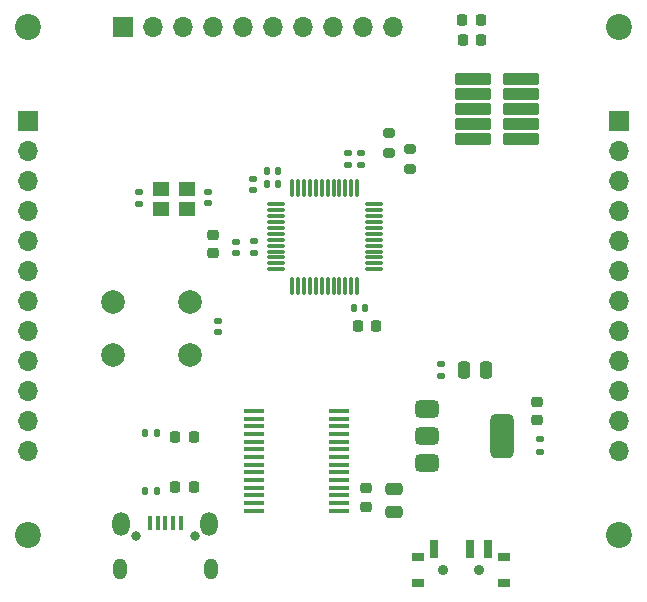
<source format=gbr>
%TF.GenerationSoftware,KiCad,Pcbnew,8.0.4-8.0.4-0~ubuntu24.04.1*%
%TF.CreationDate,2024-08-08T02:16:28-05:00*%
%TF.ProjectId,anvil,616e7669-6c2e-46b6-9963-61645f706362,rev?*%
%TF.SameCoordinates,Original*%
%TF.FileFunction,Soldermask,Top*%
%TF.FilePolarity,Negative*%
%FSLAX46Y46*%
G04 Gerber Fmt 4.6, Leading zero omitted, Abs format (unit mm)*
G04 Created by KiCad (PCBNEW 8.0.4-8.0.4-0~ubuntu24.04.1) date 2024-08-08 02:16:28*
%MOMM*%
%LPD*%
G01*
G04 APERTURE LIST*
G04 Aperture macros list*
%AMRoundRect*
0 Rectangle with rounded corners*
0 $1 Rounding radius*
0 $2 $3 $4 $5 $6 $7 $8 $9 X,Y pos of 4 corners*
0 Add a 4 corners polygon primitive as box body*
4,1,4,$2,$3,$4,$5,$6,$7,$8,$9,$2,$3,0*
0 Add four circle primitives for the rounded corners*
1,1,$1+$1,$2,$3*
1,1,$1+$1,$4,$5*
1,1,$1+$1,$6,$7*
1,1,$1+$1,$8,$9*
0 Add four rect primitives between the rounded corners*
20,1,$1+$1,$2,$3,$4,$5,0*
20,1,$1+$1,$4,$5,$6,$7,0*
20,1,$1+$1,$6,$7,$8,$9,0*
20,1,$1+$1,$8,$9,$2,$3,0*%
G04 Aperture macros list end*
%ADD10R,1.700000X1.700000*%
%ADD11O,1.700000X1.700000*%
%ADD12RoundRect,0.218750X0.218750X0.256250X-0.218750X0.256250X-0.218750X-0.256250X0.218750X-0.256250X0*%
%ADD13RoundRect,0.135000X-0.135000X-0.185000X0.135000X-0.185000X0.135000X0.185000X-0.135000X0.185000X0*%
%ADD14C,2.200000*%
%ADD15RoundRect,0.218750X0.256250X-0.218750X0.256250X0.218750X-0.256250X0.218750X-0.256250X-0.218750X0*%
%ADD16RoundRect,0.225000X0.225000X0.250000X-0.225000X0.250000X-0.225000X-0.250000X0.225000X-0.250000X0*%
%ADD17R,1.000000X0.800000*%
%ADD18C,0.900000*%
%ADD19R,0.700000X1.500000*%
%ADD20RoundRect,0.140000X-0.170000X0.140000X-0.170000X-0.140000X0.170000X-0.140000X0.170000X0.140000X0*%
%ADD21R,1.400000X1.200000*%
%ADD22O,0.800000X0.800000*%
%ADD23R,0.450000X1.300000*%
%ADD24O,1.150000X1.800000*%
%ADD25O,1.450000X2.000000*%
%ADD26RoundRect,0.140000X0.170000X-0.140000X0.170000X0.140000X-0.170000X0.140000X-0.170000X-0.140000X0*%
%ADD27RoundRect,0.135000X0.185000X-0.135000X0.185000X0.135000X-0.185000X0.135000X-0.185000X-0.135000X0*%
%ADD28RoundRect,0.200000X0.275000X-0.200000X0.275000X0.200000X-0.275000X0.200000X-0.275000X-0.200000X0*%
%ADD29C,2.000000*%
%ADD30RoundRect,0.102000X1.395000X-0.370000X1.395000X0.370000X-1.395000X0.370000X-1.395000X-0.370000X0*%
%ADD31RoundRect,0.375000X-0.625000X-0.375000X0.625000X-0.375000X0.625000X0.375000X-0.625000X0.375000X0*%
%ADD32RoundRect,0.500000X-0.500000X-1.400000X0.500000X-1.400000X0.500000X1.400000X-0.500000X1.400000X0*%
%ADD33RoundRect,0.140000X-0.140000X-0.170000X0.140000X-0.170000X0.140000X0.170000X-0.140000X0.170000X0*%
%ADD34RoundRect,0.135000X-0.185000X0.135000X-0.185000X-0.135000X0.185000X-0.135000X0.185000X0.135000X0*%
%ADD35R,1.750000X0.450000*%
%ADD36RoundRect,0.218750X-0.256250X0.218750X-0.256250X-0.218750X0.256250X-0.218750X0.256250X0.218750X0*%
%ADD37RoundRect,0.250000X0.250000X0.475000X-0.250000X0.475000X-0.250000X-0.475000X0.250000X-0.475000X0*%
%ADD38RoundRect,0.250000X-0.475000X0.250000X-0.475000X-0.250000X0.475000X-0.250000X0.475000X0.250000X0*%
%ADD39RoundRect,0.140000X0.140000X0.170000X-0.140000X0.170000X-0.140000X-0.170000X0.140000X-0.170000X0*%
%ADD40RoundRect,0.075000X-0.662500X-0.075000X0.662500X-0.075000X0.662500X0.075000X-0.662500X0.075000X0*%
%ADD41RoundRect,0.075000X-0.075000X-0.662500X0.075000X-0.662500X0.075000X0.662500X-0.075000X0.662500X0*%
G04 APERTURE END LIST*
D10*
%TO.C,J2*%
X152000000Y-85000000D03*
D11*
X152000000Y-87540000D03*
X152000000Y-90080000D03*
X152000000Y-92620000D03*
X152000000Y-95160000D03*
X152000000Y-97700000D03*
X152000000Y-100240000D03*
X152000000Y-102780000D03*
X152000000Y-105320000D03*
X152000000Y-107860000D03*
X152000000Y-110400000D03*
X152000000Y-112940000D03*
%TD*%
D12*
%TO.C,LED1*%
X140312500Y-76400000D03*
X138737500Y-76400000D03*
%TD*%
D10*
%TO.C,J4*%
X102000000Y-85000000D03*
D11*
X102000000Y-87540000D03*
X102000000Y-90080000D03*
X102000000Y-92620000D03*
X102000000Y-95160000D03*
X102000000Y-97700000D03*
X102000000Y-100240000D03*
X102000000Y-102780000D03*
X102000000Y-105320000D03*
X102000000Y-107860000D03*
X102000000Y-110400000D03*
X102000000Y-112940000D03*
%TD*%
D12*
%TO.C,LED2*%
X140337500Y-78150000D03*
X138762500Y-78150000D03*
%TD*%
D13*
%TO.C,R3*%
X111865000Y-116275000D03*
X112885000Y-116275000D03*
%TD*%
D14*
%TO.C,H4*%
X152000000Y-120000000D03*
%TD*%
%TO.C,H2*%
X152000000Y-77000000D03*
%TD*%
D15*
%TO.C,FB1*%
X117650000Y-96187500D03*
X117650000Y-94612500D03*
%TD*%
D16*
%TO.C,C4*%
X131425000Y-102350000D03*
X129875000Y-102350000D03*
%TD*%
D17*
%TO.C,SW2*%
X134975000Y-121875000D03*
X134975000Y-124085000D03*
D18*
X137125000Y-122985000D03*
X140125000Y-122985000D03*
D17*
X142275000Y-121875000D03*
X142275000Y-124085000D03*
D19*
X136375000Y-121225000D03*
X139375000Y-121225000D03*
X140875000Y-121225000D03*
%TD*%
D20*
%TO.C,C8*%
X118065000Y-101875000D03*
X118065000Y-102835000D03*
%TD*%
D21*
%TO.C,Y1*%
X115400000Y-90700000D03*
X113200000Y-90700000D03*
X113200000Y-92400000D03*
X115400000Y-92400000D03*
%TD*%
D22*
%TO.C,J1*%
X111100000Y-120125000D03*
X116100000Y-120125000D03*
D23*
X112300000Y-119025000D03*
X112950000Y-119025000D03*
X113600000Y-119025000D03*
X114250000Y-119025000D03*
X114900000Y-119025000D03*
D24*
X109725000Y-122875000D03*
D25*
X109875000Y-119075000D03*
X117325000Y-119075000D03*
D24*
X117475000Y-122875000D03*
%TD*%
D26*
%TO.C,C7*%
X121050000Y-90855000D03*
X121050000Y-89895000D03*
%TD*%
D12*
%TO.C,D2*%
X115987500Y-116000000D03*
X114412500Y-116000000D03*
%TD*%
D27*
%TO.C,R6*%
X130175000Y-88710000D03*
X130175000Y-87690000D03*
%TD*%
D26*
%TO.C,C6*%
X119550000Y-96155000D03*
X119550000Y-95195000D03*
%TD*%
D28*
%TO.C,R7*%
X132550000Y-87650000D03*
X132550000Y-86000000D03*
%TD*%
D29*
%TO.C,SW3*%
X109140000Y-100280000D03*
X115640000Y-100280000D03*
X109140000Y-104780000D03*
X115640000Y-104780000D03*
%TD*%
D14*
%TO.C,H3*%
X102000000Y-120000000D03*
%TD*%
%TO.C,H1*%
X102000000Y-77000000D03*
%TD*%
D30*
%TO.C,J3*%
X143735000Y-86477500D03*
X139665000Y-86477500D03*
X143735000Y-85207500D03*
X139665000Y-85207500D03*
X143735000Y-83937500D03*
X139665000Y-83937500D03*
X143735000Y-82667500D03*
X139665000Y-82667500D03*
X143735000Y-81397500D03*
X139665000Y-81397500D03*
%TD*%
D31*
%TO.C,U3*%
X135775000Y-109325000D03*
X135775000Y-111625000D03*
D32*
X142075000Y-111625000D03*
D31*
X135775000Y-113925000D03*
%TD*%
D33*
%TO.C,C1*%
X122195000Y-90325000D03*
X123155000Y-90325000D03*
%TD*%
D10*
%TO.C,J5*%
X110000000Y-77000000D03*
D11*
X112540000Y-77000000D03*
X115080000Y-77000000D03*
X117620000Y-77000000D03*
X120160000Y-77000000D03*
X122700000Y-77000000D03*
X125240000Y-77000000D03*
X127780000Y-77000000D03*
X130320000Y-77000000D03*
X132860000Y-77000000D03*
%TD*%
D20*
%TO.C,C10*%
X117200000Y-90970000D03*
X117200000Y-91930000D03*
%TD*%
D34*
%TO.C,R4*%
X145325000Y-111940000D03*
X145325000Y-112960000D03*
%TD*%
D26*
%TO.C,C9*%
X111325000Y-91980000D03*
X111325000Y-91020000D03*
%TD*%
D13*
%TO.C,R2*%
X111865000Y-111375000D03*
X112885000Y-111375000D03*
%TD*%
D35*
%TO.C,U2*%
X121125000Y-109525000D03*
X121125000Y-110175000D03*
X121125000Y-110825000D03*
X121125000Y-111475000D03*
X121125000Y-112125000D03*
X121125000Y-112775000D03*
X121125000Y-113425000D03*
X121125000Y-114075000D03*
X121125000Y-114725000D03*
X121125000Y-115375000D03*
X121125000Y-116025000D03*
X121125000Y-116675000D03*
X121125000Y-117325000D03*
X121125000Y-117975000D03*
X128325000Y-117975000D03*
X128325000Y-117325000D03*
X128325000Y-116675000D03*
X128325000Y-116025000D03*
X128325000Y-115375000D03*
X128325000Y-114725000D03*
X128325000Y-114075000D03*
X128325000Y-113425000D03*
X128325000Y-112775000D03*
X128325000Y-112125000D03*
X128325000Y-111475000D03*
X128325000Y-110825000D03*
X128325000Y-110175000D03*
X128325000Y-109525000D03*
%TD*%
D36*
%TO.C,FB2*%
X130600000Y-116087500D03*
X130600000Y-117662500D03*
%TD*%
D37*
%TO.C,C12*%
X140775000Y-106075000D03*
X138875000Y-106075000D03*
%TD*%
D38*
%TO.C,C11*%
X132925000Y-116150000D03*
X132925000Y-118050000D03*
%TD*%
D27*
%TO.C,R5*%
X129075000Y-88710000D03*
X129075000Y-87690000D03*
%TD*%
D12*
%TO.C,D1*%
X115987500Y-111700000D03*
X114412500Y-111700000D03*
%TD*%
D28*
%TO.C,R8*%
X134325000Y-89000000D03*
X134325000Y-87350000D03*
%TD*%
D26*
%TO.C,C5*%
X121100000Y-96130000D03*
X121100000Y-95170000D03*
%TD*%
D39*
%TO.C,C3*%
X130530000Y-100850000D03*
X129570000Y-100850000D03*
%TD*%
D40*
%TO.C,U1*%
X122925000Y-92025000D03*
X122925000Y-92525000D03*
X122925000Y-93025000D03*
X122925000Y-93525000D03*
X122925000Y-94025000D03*
X122925000Y-94525000D03*
X122925000Y-95025000D03*
X122925000Y-95525000D03*
X122925000Y-96025000D03*
X122925000Y-96525000D03*
X122925000Y-97025000D03*
X122925000Y-97525000D03*
D41*
X124337500Y-98937500D03*
X124837500Y-98937500D03*
X125337500Y-98937500D03*
X125837500Y-98937500D03*
X126337500Y-98937500D03*
X126837500Y-98937500D03*
X127337500Y-98937500D03*
X127837500Y-98937500D03*
X128337500Y-98937500D03*
X128837500Y-98937500D03*
X129337500Y-98937500D03*
X129837500Y-98937500D03*
D40*
X131250000Y-97525000D03*
X131250000Y-97025000D03*
X131250000Y-96525000D03*
X131250000Y-96025000D03*
X131250000Y-95525000D03*
X131250000Y-95025000D03*
X131250000Y-94525000D03*
X131250000Y-94025000D03*
X131250000Y-93525000D03*
X131250000Y-93025000D03*
X131250000Y-92525000D03*
X131250000Y-92025000D03*
D41*
X129837500Y-90612500D03*
X129337500Y-90612500D03*
X128837500Y-90612500D03*
X128337500Y-90612500D03*
X127837500Y-90612500D03*
X127337500Y-90612500D03*
X126837500Y-90612500D03*
X126337500Y-90612500D03*
X125837500Y-90612500D03*
X125337500Y-90612500D03*
X124837500Y-90612500D03*
X124337500Y-90612500D03*
%TD*%
D36*
%TO.C,D3*%
X145075000Y-108737500D03*
X145075000Y-110312500D03*
%TD*%
D27*
%TO.C,R1*%
X136925000Y-106600000D03*
X136925000Y-105580000D03*
%TD*%
D33*
%TO.C,C2*%
X122195000Y-89175000D03*
X123155000Y-89175000D03*
%TD*%
M02*

</source>
